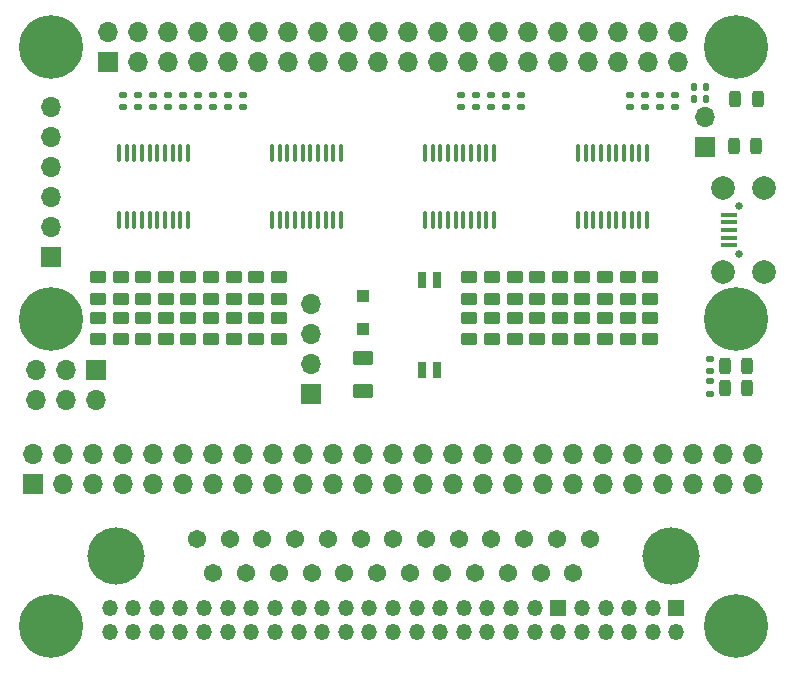
<source format=gts>
G04 #@! TF.GenerationSoftware,KiCad,Pcbnew,(6.0.4)*
G04 #@! TF.CreationDate,2022-08-06T16:26:02-05:00*
G04 #@! TF.ProjectId,rascsi_2p7,72617363-7369-45f3-9270-372e6b696361,rev?*
G04 #@! TF.SameCoordinates,Original*
G04 #@! TF.FileFunction,Soldermask,Top*
G04 #@! TF.FilePolarity,Negative*
%FSLAX46Y46*%
G04 Gerber Fmt 4.6, Leading zero omitted, Abs format (unit mm)*
G04 Created by KiCad (PCBNEW (6.0.4)) date 2022-08-06 16:26:02*
%MOMM*%
%LPD*%
G01*
G04 APERTURE LIST*
G04 Aperture macros list*
%AMRoundRect*
0 Rectangle with rounded corners*
0 $1 Rounding radius*
0 $2 $3 $4 $5 $6 $7 $8 $9 X,Y pos of 4 corners*
0 Add a 4 corners polygon primitive as box body*
4,1,4,$2,$3,$4,$5,$6,$7,$8,$9,$2,$3,0*
0 Add four circle primitives for the rounded corners*
1,1,$1+$1,$2,$3*
1,1,$1+$1,$4,$5*
1,1,$1+$1,$6,$7*
1,1,$1+$1,$8,$9*
0 Add four rect primitives between the rounded corners*
20,1,$1+$1,$2,$3,$4,$5,0*
20,1,$1+$1,$4,$5,$6,$7,0*
20,1,$1+$1,$6,$7,$8,$9,0*
20,1,$1+$1,$8,$9,$2,$3,0*%
G04 Aperture macros list end*
%ADD10RoundRect,0.243750X0.243750X0.456250X-0.243750X0.456250X-0.243750X-0.456250X0.243750X-0.456250X0*%
%ADD11C,0.800000*%
%ADD12C,5.400000*%
%ADD13R,1.700000X1.700000*%
%ADD14O,1.700000X1.700000*%
%ADD15RoundRect,0.250000X-0.450000X0.262500X-0.450000X-0.262500X0.450000X-0.262500X0.450000X0.262500X0*%
%ADD16RoundRect,0.250000X-0.625000X0.375000X-0.625000X-0.375000X0.625000X-0.375000X0.625000X0.375000X0*%
%ADD17RoundRect,0.100000X0.100000X-0.637500X0.100000X0.637500X-0.100000X0.637500X-0.100000X-0.637500X0*%
%ADD18RoundRect,0.100000X-0.100000X0.637500X-0.100000X-0.637500X0.100000X-0.637500X0.100000X0.637500X0*%
%ADD19RoundRect,0.135000X-0.135000X-0.185000X0.135000X-0.185000X0.135000X0.185000X-0.135000X0.185000X0*%
%ADD20RoundRect,0.135000X-0.185000X0.135000X-0.185000X-0.135000X0.185000X-0.135000X0.185000X0.135000X0*%
%ADD21RoundRect,0.250000X0.450000X-0.262500X0.450000X0.262500X-0.450000X0.262500X-0.450000X-0.262500X0*%
%ADD22R,0.750000X1.425000*%
%ADD23R,1.100000X1.100000*%
%ADD24C,0.650000*%
%ADD25R,1.400000X0.400000*%
%ADD26C,2.000000*%
%ADD27R,1.350000X1.350000*%
%ADD28O,1.350000X1.350000*%
%ADD29C,1.545000*%
%ADD30C,4.845000*%
G04 APERTURE END LIST*
D10*
X236967000Y-74866500D03*
X235092000Y-74866500D03*
X237841000Y-50419000D03*
X235966000Y-50419000D03*
X237729000Y-54356000D03*
X235854000Y-54356000D03*
D11*
X180025000Y-46000000D03*
X176568109Y-47431891D03*
X178000000Y-43975000D03*
D12*
X178000000Y-46000000D03*
D11*
X178000000Y-48025000D03*
X179431891Y-47431891D03*
X175975000Y-46000000D03*
X179431891Y-44568109D03*
X176568109Y-44568109D03*
X178000000Y-71025000D03*
X175975000Y-69000000D03*
X179431891Y-70431891D03*
X176568109Y-67568109D03*
X179431891Y-67568109D03*
D12*
X178000000Y-69000000D03*
D11*
X180025000Y-69000000D03*
X176568109Y-70431891D03*
X178000000Y-66975000D03*
X179431891Y-93568109D03*
X178000000Y-97025000D03*
X176568109Y-93568109D03*
X175975000Y-95000000D03*
X179431891Y-96431891D03*
X178000000Y-92975000D03*
X176568109Y-96431891D03*
X180025000Y-95000000D03*
D12*
X178000000Y-95000000D03*
D13*
X178010000Y-63780000D03*
D14*
X178010000Y-61240000D03*
X178010000Y-58700000D03*
X178010000Y-56160000D03*
X178010000Y-53620000D03*
X178010000Y-51080000D03*
D11*
X236000000Y-71025000D03*
X234568109Y-70431891D03*
D12*
X236000000Y-69000000D03*
D11*
X238025000Y-69000000D03*
X236000000Y-66975000D03*
X237431891Y-70431891D03*
X237431891Y-67568109D03*
X233975000Y-69000000D03*
X234568109Y-67568109D03*
X236000000Y-92975000D03*
X238025000Y-95000000D03*
X234568109Y-96431891D03*
D12*
X236000000Y-95000000D03*
D11*
X236000000Y-97025000D03*
X234568109Y-93568109D03*
X237431891Y-93568109D03*
X237431891Y-96431891D03*
X233975000Y-95000000D03*
X238025000Y-46000000D03*
X237431891Y-47431891D03*
X236000000Y-43975000D03*
X234568109Y-47431891D03*
D12*
X236000000Y-46000000D03*
D11*
X234568109Y-44568109D03*
X236000000Y-48025000D03*
X237431891Y-44568109D03*
X233975000Y-46000000D03*
D15*
X221090000Y-65487500D03*
X221090000Y-67312500D03*
D16*
X204420000Y-72290000D03*
X204420000Y-75090000D03*
D17*
X196719000Y-60647500D03*
X197369000Y-60647500D03*
X198019000Y-60647500D03*
X198669000Y-60647500D03*
X199319000Y-60647500D03*
X199969000Y-60647500D03*
X200619000Y-60647500D03*
X201269000Y-60647500D03*
X201919000Y-60647500D03*
X202569000Y-60647500D03*
X202569000Y-54922500D03*
X201919000Y-54922500D03*
X201269000Y-54922500D03*
X200619000Y-54922500D03*
X199969000Y-54922500D03*
X199319000Y-54922500D03*
X198669000Y-54922500D03*
X198019000Y-54922500D03*
X197369000Y-54922500D03*
X196719000Y-54922500D03*
D18*
X215523000Y-54922500D03*
X214873000Y-54922500D03*
X214223000Y-54922500D03*
X213573000Y-54922500D03*
X212923000Y-54922500D03*
X212273000Y-54922500D03*
X211623000Y-54922500D03*
X210973000Y-54922500D03*
X210323000Y-54922500D03*
X209673000Y-54922500D03*
X209673000Y-60647500D03*
X210323000Y-60647500D03*
X210973000Y-60647500D03*
X211623000Y-60647500D03*
X212273000Y-60647500D03*
X212923000Y-60647500D03*
X213573000Y-60647500D03*
X214223000Y-60647500D03*
X214873000Y-60647500D03*
X215523000Y-60647500D03*
D19*
X232448500Y-49339500D03*
X233468500Y-49339500D03*
D20*
X233807000Y-74293000D03*
X233807000Y-75313000D03*
X227012500Y-50059000D03*
X227012500Y-51079000D03*
X228282500Y-50059000D03*
X228282500Y-51079000D03*
X229552500Y-50059000D03*
X229552500Y-51079000D03*
X212725000Y-50059000D03*
X212725000Y-51079000D03*
X215265000Y-50059000D03*
X215265000Y-51079000D03*
X216535000Y-50059000D03*
X216535000Y-51079000D03*
X217805000Y-50059000D03*
X217805000Y-51079000D03*
X185420000Y-50059000D03*
X185420000Y-51079000D03*
X186690000Y-50059000D03*
X186690000Y-51079000D03*
X190500000Y-50059000D03*
X190500000Y-51079000D03*
X191770000Y-50059000D03*
X191770000Y-51079000D03*
X193040000Y-50059000D03*
X193040000Y-51079000D03*
X194310000Y-50059000D03*
X194310000Y-51079000D03*
D15*
X223002500Y-65487500D03*
X223002500Y-67312500D03*
X224915000Y-65487500D03*
X224915000Y-67312500D03*
X226827500Y-65487500D03*
X226827500Y-67312500D03*
X228740000Y-65487500D03*
X228740000Y-67312500D03*
X213440000Y-65487500D03*
X213440000Y-67312500D03*
X215352500Y-65487500D03*
X215352500Y-67312500D03*
X217265000Y-65487500D03*
X217265000Y-67312500D03*
X219177500Y-65487500D03*
X219177500Y-67312500D03*
X185825000Y-65487500D03*
X185825000Y-67312500D03*
X187737500Y-65487500D03*
X187737500Y-67312500D03*
X189650000Y-65487500D03*
X189650000Y-67312500D03*
X191562500Y-65487500D03*
X191562500Y-67312500D03*
X193475000Y-65487500D03*
X193475000Y-67312500D03*
X195387500Y-65487500D03*
X195387500Y-67312500D03*
X197300000Y-65487500D03*
X197300000Y-67312500D03*
D21*
X223002500Y-70712500D03*
X223002500Y-68887500D03*
X224915000Y-70712500D03*
X224915000Y-68887500D03*
X226827500Y-70712500D03*
X226827500Y-68887500D03*
X228740000Y-70712500D03*
X228740000Y-68887500D03*
X213440000Y-70712500D03*
X213440000Y-68887500D03*
X215352500Y-70712500D03*
X215352500Y-68887500D03*
X217265000Y-70712500D03*
X217265000Y-68887500D03*
X219177500Y-70712500D03*
X219177500Y-68887500D03*
X221090000Y-70712500D03*
X221090000Y-68887500D03*
X182000000Y-70712500D03*
X182000000Y-68887500D03*
X183912500Y-70712500D03*
X183912500Y-68887500D03*
X185825000Y-70712500D03*
X185825000Y-68887500D03*
X187737500Y-70712500D03*
X187737500Y-68887500D03*
X189650000Y-70712500D03*
X189650000Y-68887500D03*
X191562500Y-70712500D03*
X191562500Y-68887500D03*
X193475000Y-70712500D03*
X193475000Y-68887500D03*
X195387500Y-70712500D03*
X195387500Y-68887500D03*
X197300000Y-70712500D03*
X197300000Y-68887500D03*
D20*
X189230000Y-50059000D03*
X189230000Y-51079000D03*
X184150000Y-50059000D03*
X184150000Y-51079000D03*
X187960000Y-50059000D03*
X187960000Y-51079000D03*
D15*
X182000000Y-65487500D03*
X182000000Y-67312500D03*
X183912500Y-65487500D03*
X183912500Y-67312500D03*
D18*
X228477000Y-54922500D03*
X227827000Y-54922500D03*
X227177000Y-54922500D03*
X226527000Y-54922500D03*
X225877000Y-54922500D03*
X225227000Y-54922500D03*
X224577000Y-54922500D03*
X223927000Y-54922500D03*
X223277000Y-54922500D03*
X222627000Y-54922500D03*
X222627000Y-60647500D03*
X223277000Y-60647500D03*
X223927000Y-60647500D03*
X224577000Y-60647500D03*
X225227000Y-60647500D03*
X225877000Y-60647500D03*
X226527000Y-60647500D03*
X227177000Y-60647500D03*
X227827000Y-60647500D03*
X228477000Y-60647500D03*
D20*
X233807000Y-72388000D03*
X233807000Y-73408000D03*
D22*
X210715000Y-65687500D03*
X209445000Y-65687500D03*
X209445000Y-73311500D03*
X210715000Y-73311500D03*
D23*
X204420000Y-69847500D03*
X204420000Y-67047500D03*
D17*
X183765000Y-60647500D03*
X184415000Y-60647500D03*
X185065000Y-60647500D03*
X185715000Y-60647500D03*
X186365000Y-60647500D03*
X187015000Y-60647500D03*
X187665000Y-60647500D03*
X188315000Y-60647500D03*
X188965000Y-60647500D03*
X189615000Y-60647500D03*
X189615000Y-54922500D03*
X188965000Y-54922500D03*
X188315000Y-54922500D03*
X187665000Y-54922500D03*
X187015000Y-54922500D03*
X186365000Y-54922500D03*
X185715000Y-54922500D03*
X185065000Y-54922500D03*
X184415000Y-54922500D03*
X183765000Y-54922500D03*
D10*
X236967000Y-72961500D03*
X235092000Y-72961500D03*
D19*
X232448500Y-50355500D03*
X233468500Y-50355500D03*
D24*
X236225000Y-59460000D03*
X236225000Y-63460000D03*
D25*
X235405000Y-62760000D03*
X235405000Y-62110000D03*
X235405000Y-61460000D03*
X235405000Y-60810000D03*
X235405000Y-60160000D03*
D26*
X238355000Y-65035000D03*
X238355000Y-57885000D03*
X234905000Y-57885000D03*
X234905000Y-65035000D03*
D13*
X176466500Y-82994500D03*
D14*
X176466500Y-80454500D03*
X179006500Y-82994500D03*
X179006500Y-80454500D03*
X181546500Y-82994500D03*
X181546500Y-80454500D03*
X184086500Y-82994500D03*
X184086500Y-80454500D03*
X186626500Y-82994500D03*
X186626500Y-80454500D03*
X189166500Y-82994500D03*
X189166500Y-80454500D03*
X191706500Y-82994500D03*
X191706500Y-80454500D03*
X194246500Y-82994500D03*
X194246500Y-80454500D03*
X196786500Y-82994500D03*
X196786500Y-80454500D03*
X199326500Y-82994500D03*
X199326500Y-80454500D03*
X201866500Y-82994500D03*
X201866500Y-80454500D03*
X204406500Y-82994500D03*
X204406500Y-80454500D03*
X206946500Y-82994500D03*
X206946500Y-80454500D03*
X209486500Y-82994500D03*
X209486500Y-80454500D03*
X212026500Y-82994500D03*
X212026500Y-80454500D03*
X214566500Y-82994500D03*
X214566500Y-80454500D03*
X217106500Y-82994500D03*
X217106500Y-80454500D03*
X219646500Y-82994500D03*
X219646500Y-80454500D03*
X222186500Y-82994500D03*
X222186500Y-80454500D03*
X224726500Y-82994500D03*
X224726500Y-80454500D03*
X227266500Y-82994500D03*
X227266500Y-80454500D03*
X229806500Y-82994500D03*
X229806500Y-80454500D03*
X232346500Y-82994500D03*
X232346500Y-80454500D03*
X234886500Y-82994500D03*
X234886500Y-80454500D03*
X237426500Y-82994500D03*
X237426500Y-80454500D03*
D27*
X230972000Y-93488000D03*
D28*
X230972000Y-95488000D03*
X228972000Y-93488000D03*
X228972000Y-95488000D03*
X226972000Y-93488000D03*
X226972000Y-95488000D03*
X224972000Y-93488000D03*
X224972000Y-95488000D03*
X222972000Y-93488000D03*
X222972000Y-95488000D03*
D27*
X220972000Y-93488000D03*
D28*
X220972000Y-95488000D03*
X218972000Y-93488000D03*
X218972000Y-95488000D03*
X216972000Y-93488000D03*
X216972000Y-95488000D03*
X214972000Y-93488000D03*
X214972000Y-95488000D03*
X212972000Y-93488000D03*
X212972000Y-95488000D03*
X210972000Y-93488000D03*
X210972000Y-95488000D03*
X208972000Y-93488000D03*
X208972000Y-95488000D03*
X206972000Y-93488000D03*
X206972000Y-95488000D03*
X204972000Y-93488000D03*
X204972000Y-95488000D03*
X202972000Y-93488000D03*
X202972000Y-95488000D03*
X200972000Y-93488000D03*
X200972000Y-95488000D03*
X198972000Y-93488000D03*
X198972000Y-95488000D03*
X196972000Y-93488000D03*
X196972000Y-95488000D03*
X194972000Y-93488000D03*
X194972000Y-95488000D03*
X192972000Y-93488000D03*
X192972000Y-95488000D03*
X190972000Y-93488000D03*
X190972000Y-95488000D03*
X188972000Y-93488000D03*
X188972000Y-95488000D03*
X186972000Y-93488000D03*
X186972000Y-95488000D03*
X184972000Y-93488000D03*
X184972000Y-95488000D03*
X182972000Y-93488000D03*
X182972000Y-95488000D03*
D20*
X230822500Y-50059000D03*
X230822500Y-51079000D03*
X213995000Y-50059000D03*
X213995000Y-51079000D03*
D13*
X181810000Y-73300000D03*
D14*
X181810000Y-75840000D03*
X179270000Y-73300000D03*
X179270000Y-75840000D03*
X176730000Y-73300000D03*
X176730000Y-75840000D03*
D13*
X200070000Y-75380000D03*
D14*
X200070000Y-72840000D03*
X200070000Y-70300000D03*
X200070000Y-67760000D03*
D13*
X182870000Y-47270000D03*
D14*
X182870000Y-44730000D03*
X185410000Y-47270000D03*
X185410000Y-44730000D03*
X187950000Y-47270000D03*
X187950000Y-44730000D03*
X190490000Y-47270000D03*
X190490000Y-44730000D03*
X193030000Y-47270000D03*
X193030000Y-44730000D03*
X195570000Y-47270000D03*
X195570000Y-44730000D03*
X198110000Y-47270000D03*
X198110000Y-44730000D03*
X200650000Y-47270000D03*
X200650000Y-44730000D03*
X203190000Y-47270000D03*
X203190000Y-44730000D03*
X205730000Y-47270000D03*
X205730000Y-44730000D03*
X208270000Y-47270000D03*
X208270000Y-44730000D03*
X210810000Y-47270000D03*
X210810000Y-44730000D03*
X213350000Y-47270000D03*
X213350000Y-44730000D03*
X215890000Y-47270000D03*
X215890000Y-44730000D03*
X218430000Y-47270000D03*
X218430000Y-44730000D03*
X220970000Y-47270000D03*
X220970000Y-44730000D03*
X223510000Y-47270000D03*
X223510000Y-44730000D03*
X226050000Y-47270000D03*
X226050000Y-44730000D03*
X228590000Y-47270000D03*
X228590000Y-44730000D03*
X231130000Y-47270000D03*
X231130000Y-44730000D03*
D29*
X223621600Y-87630000D03*
X220851600Y-87630000D03*
X218081600Y-87630000D03*
X215311600Y-87630000D03*
X212541600Y-87630000D03*
X209771600Y-87630000D03*
X207001600Y-87630000D03*
X204231600Y-87630000D03*
X201461600Y-87630000D03*
X198691600Y-87630000D03*
X195921600Y-87630000D03*
X193151600Y-87630000D03*
X190381600Y-87630000D03*
X222236600Y-90470000D03*
X219466600Y-90470000D03*
X216696600Y-90470000D03*
X213926600Y-90470000D03*
X211156600Y-90470000D03*
X208386600Y-90470000D03*
X205616600Y-90470000D03*
X202846600Y-90470000D03*
X200076600Y-90470000D03*
X197306600Y-90470000D03*
X194536600Y-90470000D03*
X191766600Y-90470000D03*
D30*
X230521600Y-89050000D03*
X183481600Y-89050000D03*
D13*
X233426000Y-54483000D03*
D14*
X233426000Y-51943000D03*
M02*

</source>
